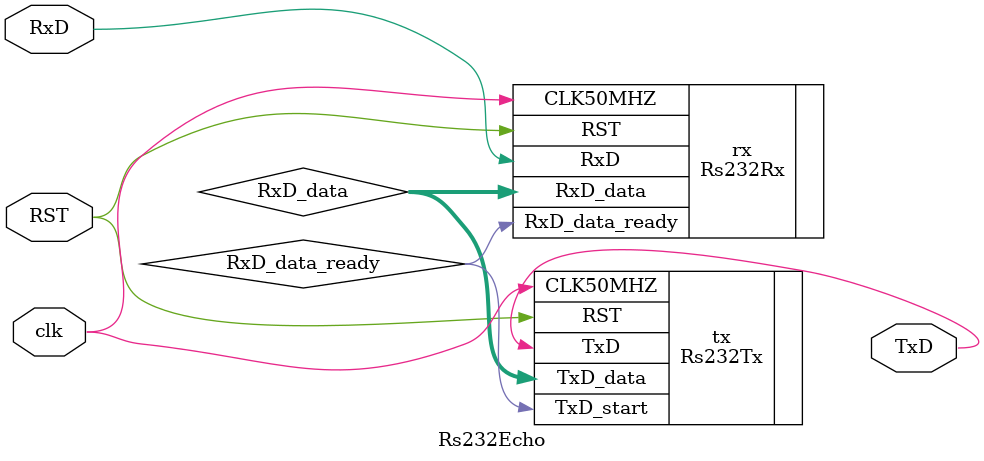
<source format=v>
`timescale 1ns / 1ps

module Rs232Echo(
	input 		 clk,
	input 		 RST,
	input 		 RxD,
	output 		 TxD
);

	wire RxD_data_ready;
	wire [7:0] RxD_data;
	Rs232Rx rx(.CLK50MHZ(clk), .RST(RST), .RxD(RxD), .RxD_data_ready(RxD_data_ready), .RxD_data(RxD_data));
	Rs232Tx tx(.CLK50MHZ(clk), .RST(RST), .TxD(TxD), .TxD_start(RxD_data_ready), .TxD_data(RxD_data));

endmodule

</source>
